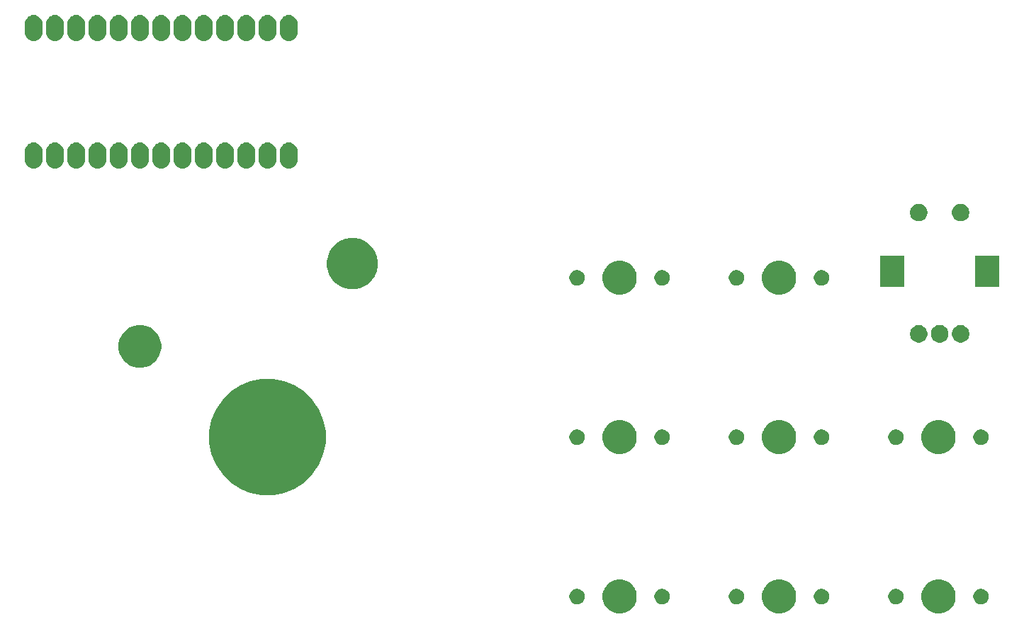
<source format=gbr>
G04 #@! TF.GenerationSoftware,KiCad,Pcbnew,(5.1.4)-1*
G04 #@! TF.CreationDate,2024-05-04T17:29:15-04:00*
G04 #@! TF.ProjectId,micarrizo-pad,6d696361-7272-4697-9a6f-2d7061642e6b,rev?*
G04 #@! TF.SameCoordinates,Original*
G04 #@! TF.FileFunction,Soldermask,Top*
G04 #@! TF.FilePolarity,Negative*
%FSLAX46Y46*%
G04 Gerber Fmt 4.6, Leading zero omitted, Abs format (unit mm)*
G04 Created by KiCad (PCBNEW (5.1.4)-1) date 2024-05-04 17:29:15*
%MOMM*%
%LPD*%
G04 APERTURE LIST*
%ADD10C,0.100000*%
G04 APERTURE END LIST*
D10*
G36*
X102990224Y-102014934D02*
G01*
X103208224Y-102105233D01*
X103362373Y-102169083D01*
X103697298Y-102392873D01*
X103982127Y-102677702D01*
X104205917Y-103012627D01*
X104238312Y-103090836D01*
X104360066Y-103384776D01*
X104438650Y-103779844D01*
X104438650Y-104182656D01*
X104360066Y-104577724D01*
X104309201Y-104700522D01*
X104205917Y-104949873D01*
X103982127Y-105284798D01*
X103697298Y-105569627D01*
X103362373Y-105793417D01*
X103208224Y-105857267D01*
X102990224Y-105947566D01*
X102595156Y-106026150D01*
X102192344Y-106026150D01*
X101797276Y-105947566D01*
X101579276Y-105857267D01*
X101425127Y-105793417D01*
X101090202Y-105569627D01*
X100805373Y-105284798D01*
X100581583Y-104949873D01*
X100478299Y-104700522D01*
X100427434Y-104577724D01*
X100348850Y-104182656D01*
X100348850Y-103779844D01*
X100427434Y-103384776D01*
X100549188Y-103090836D01*
X100581583Y-103012627D01*
X100805373Y-102677702D01*
X101090202Y-102392873D01*
X101425127Y-102169083D01*
X101579276Y-102105233D01*
X101797276Y-102014934D01*
X102192344Y-101936350D01*
X102595156Y-101936350D01*
X102990224Y-102014934D01*
X102990224Y-102014934D01*
G37*
G36*
X122040224Y-102014934D02*
G01*
X122258224Y-102105233D01*
X122412373Y-102169083D01*
X122747298Y-102392873D01*
X123032127Y-102677702D01*
X123255917Y-103012627D01*
X123288312Y-103090836D01*
X123410066Y-103384776D01*
X123488650Y-103779844D01*
X123488650Y-104182656D01*
X123410066Y-104577724D01*
X123359201Y-104700522D01*
X123255917Y-104949873D01*
X123032127Y-105284798D01*
X122747298Y-105569627D01*
X122412373Y-105793417D01*
X122258224Y-105857267D01*
X122040224Y-105947566D01*
X121645156Y-106026150D01*
X121242344Y-106026150D01*
X120847276Y-105947566D01*
X120629276Y-105857267D01*
X120475127Y-105793417D01*
X120140202Y-105569627D01*
X119855373Y-105284798D01*
X119631583Y-104949873D01*
X119528299Y-104700522D01*
X119477434Y-104577724D01*
X119398850Y-104182656D01*
X119398850Y-103779844D01*
X119477434Y-103384776D01*
X119599188Y-103090836D01*
X119631583Y-103012627D01*
X119855373Y-102677702D01*
X120140202Y-102392873D01*
X120475127Y-102169083D01*
X120629276Y-102105233D01*
X120847276Y-102014934D01*
X121242344Y-101936350D01*
X121645156Y-101936350D01*
X122040224Y-102014934D01*
X122040224Y-102014934D01*
G37*
G36*
X141090224Y-102014934D02*
G01*
X141308224Y-102105233D01*
X141462373Y-102169083D01*
X141797298Y-102392873D01*
X142082127Y-102677702D01*
X142305917Y-103012627D01*
X142338312Y-103090836D01*
X142460066Y-103384776D01*
X142538650Y-103779844D01*
X142538650Y-104182656D01*
X142460066Y-104577724D01*
X142409201Y-104700522D01*
X142305917Y-104949873D01*
X142082127Y-105284798D01*
X141797298Y-105569627D01*
X141462373Y-105793417D01*
X141308224Y-105857267D01*
X141090224Y-105947566D01*
X140695156Y-106026150D01*
X140292344Y-106026150D01*
X139897276Y-105947566D01*
X139679276Y-105857267D01*
X139525127Y-105793417D01*
X139190202Y-105569627D01*
X138905373Y-105284798D01*
X138681583Y-104949873D01*
X138578299Y-104700522D01*
X138527434Y-104577724D01*
X138448850Y-104182656D01*
X138448850Y-103779844D01*
X138527434Y-103384776D01*
X138649188Y-103090836D01*
X138681583Y-103012627D01*
X138905373Y-102677702D01*
X139190202Y-102392873D01*
X139525127Y-102169083D01*
X139679276Y-102105233D01*
X139897276Y-102014934D01*
X140292344Y-101936350D01*
X140695156Y-101936350D01*
X141090224Y-102014934D01*
X141090224Y-102014934D01*
G37*
G36*
X145843854Y-103090835D02*
G01*
X146012376Y-103160639D01*
X146164041Y-103261978D01*
X146293022Y-103390959D01*
X146394361Y-103542624D01*
X146464165Y-103711146D01*
X146499750Y-103890047D01*
X146499750Y-104072453D01*
X146464165Y-104251354D01*
X146394361Y-104419876D01*
X146293022Y-104571541D01*
X146164041Y-104700522D01*
X146012376Y-104801861D01*
X145843854Y-104871665D01*
X145664953Y-104907250D01*
X145482547Y-104907250D01*
X145303646Y-104871665D01*
X145135124Y-104801861D01*
X144983459Y-104700522D01*
X144854478Y-104571541D01*
X144753139Y-104419876D01*
X144683335Y-104251354D01*
X144647750Y-104072453D01*
X144647750Y-103890047D01*
X144683335Y-103711146D01*
X144753139Y-103542624D01*
X144854478Y-103390959D01*
X144983459Y-103261978D01*
X145135124Y-103160639D01*
X145303646Y-103090835D01*
X145482547Y-103055250D01*
X145664953Y-103055250D01*
X145843854Y-103090835D01*
X145843854Y-103090835D01*
G37*
G36*
X135683854Y-103090835D02*
G01*
X135852376Y-103160639D01*
X136004041Y-103261978D01*
X136133022Y-103390959D01*
X136234361Y-103542624D01*
X136304165Y-103711146D01*
X136339750Y-103890047D01*
X136339750Y-104072453D01*
X136304165Y-104251354D01*
X136234361Y-104419876D01*
X136133022Y-104571541D01*
X136004041Y-104700522D01*
X135852376Y-104801861D01*
X135683854Y-104871665D01*
X135504953Y-104907250D01*
X135322547Y-104907250D01*
X135143646Y-104871665D01*
X134975124Y-104801861D01*
X134823459Y-104700522D01*
X134694478Y-104571541D01*
X134593139Y-104419876D01*
X134523335Y-104251354D01*
X134487750Y-104072453D01*
X134487750Y-103890047D01*
X134523335Y-103711146D01*
X134593139Y-103542624D01*
X134694478Y-103390959D01*
X134823459Y-103261978D01*
X134975124Y-103160639D01*
X135143646Y-103090835D01*
X135322547Y-103055250D01*
X135504953Y-103055250D01*
X135683854Y-103090835D01*
X135683854Y-103090835D01*
G37*
G36*
X126793854Y-103090835D02*
G01*
X126962376Y-103160639D01*
X127114041Y-103261978D01*
X127243022Y-103390959D01*
X127344361Y-103542624D01*
X127414165Y-103711146D01*
X127449750Y-103890047D01*
X127449750Y-104072453D01*
X127414165Y-104251354D01*
X127344361Y-104419876D01*
X127243022Y-104571541D01*
X127114041Y-104700522D01*
X126962376Y-104801861D01*
X126793854Y-104871665D01*
X126614953Y-104907250D01*
X126432547Y-104907250D01*
X126253646Y-104871665D01*
X126085124Y-104801861D01*
X125933459Y-104700522D01*
X125804478Y-104571541D01*
X125703139Y-104419876D01*
X125633335Y-104251354D01*
X125597750Y-104072453D01*
X125597750Y-103890047D01*
X125633335Y-103711146D01*
X125703139Y-103542624D01*
X125804478Y-103390959D01*
X125933459Y-103261978D01*
X126085124Y-103160639D01*
X126253646Y-103090835D01*
X126432547Y-103055250D01*
X126614953Y-103055250D01*
X126793854Y-103090835D01*
X126793854Y-103090835D01*
G37*
G36*
X116633854Y-103090835D02*
G01*
X116802376Y-103160639D01*
X116954041Y-103261978D01*
X117083022Y-103390959D01*
X117184361Y-103542624D01*
X117254165Y-103711146D01*
X117289750Y-103890047D01*
X117289750Y-104072453D01*
X117254165Y-104251354D01*
X117184361Y-104419876D01*
X117083022Y-104571541D01*
X116954041Y-104700522D01*
X116802376Y-104801861D01*
X116633854Y-104871665D01*
X116454953Y-104907250D01*
X116272547Y-104907250D01*
X116093646Y-104871665D01*
X115925124Y-104801861D01*
X115773459Y-104700522D01*
X115644478Y-104571541D01*
X115543139Y-104419876D01*
X115473335Y-104251354D01*
X115437750Y-104072453D01*
X115437750Y-103890047D01*
X115473335Y-103711146D01*
X115543139Y-103542624D01*
X115644478Y-103390959D01*
X115773459Y-103261978D01*
X115925124Y-103160639D01*
X116093646Y-103090835D01*
X116272547Y-103055250D01*
X116454953Y-103055250D01*
X116633854Y-103090835D01*
X116633854Y-103090835D01*
G37*
G36*
X107743854Y-103090835D02*
G01*
X107912376Y-103160639D01*
X108064041Y-103261978D01*
X108193022Y-103390959D01*
X108294361Y-103542624D01*
X108364165Y-103711146D01*
X108399750Y-103890047D01*
X108399750Y-104072453D01*
X108364165Y-104251354D01*
X108294361Y-104419876D01*
X108193022Y-104571541D01*
X108064041Y-104700522D01*
X107912376Y-104801861D01*
X107743854Y-104871665D01*
X107564953Y-104907250D01*
X107382547Y-104907250D01*
X107203646Y-104871665D01*
X107035124Y-104801861D01*
X106883459Y-104700522D01*
X106754478Y-104571541D01*
X106653139Y-104419876D01*
X106583335Y-104251354D01*
X106547750Y-104072453D01*
X106547750Y-103890047D01*
X106583335Y-103711146D01*
X106653139Y-103542624D01*
X106754478Y-103390959D01*
X106883459Y-103261978D01*
X107035124Y-103160639D01*
X107203646Y-103090835D01*
X107382547Y-103055250D01*
X107564953Y-103055250D01*
X107743854Y-103090835D01*
X107743854Y-103090835D01*
G37*
G36*
X97583854Y-103090835D02*
G01*
X97752376Y-103160639D01*
X97904041Y-103261978D01*
X98033022Y-103390959D01*
X98134361Y-103542624D01*
X98204165Y-103711146D01*
X98239750Y-103890047D01*
X98239750Y-104072453D01*
X98204165Y-104251354D01*
X98134361Y-104419876D01*
X98033022Y-104571541D01*
X97904041Y-104700522D01*
X97752376Y-104801861D01*
X97583854Y-104871665D01*
X97404953Y-104907250D01*
X97222547Y-104907250D01*
X97043646Y-104871665D01*
X96875124Y-104801861D01*
X96723459Y-104700522D01*
X96594478Y-104571541D01*
X96493139Y-104419876D01*
X96423335Y-104251354D01*
X96387750Y-104072453D01*
X96387750Y-103890047D01*
X96423335Y-103711146D01*
X96493139Y-103542624D01*
X96594478Y-103390959D01*
X96723459Y-103261978D01*
X96875124Y-103160639D01*
X97043646Y-103090835D01*
X97222547Y-103055250D01*
X97404953Y-103055250D01*
X97583854Y-103090835D01*
X97583854Y-103090835D01*
G37*
G36*
X62352531Y-78247372D02*
G01*
X63617532Y-78771353D01*
X64756004Y-79532055D01*
X65724195Y-80500246D01*
X66484897Y-81638718D01*
X67008878Y-82903719D01*
X67276000Y-84246635D01*
X67276000Y-85615865D01*
X67008878Y-86958781D01*
X66484897Y-88223782D01*
X65724195Y-89362254D01*
X64756004Y-90330445D01*
X63617532Y-91091147D01*
X62352531Y-91615128D01*
X61009615Y-91882250D01*
X59640385Y-91882250D01*
X58297469Y-91615128D01*
X57032468Y-91091147D01*
X55893996Y-90330445D01*
X54925805Y-89362254D01*
X54165103Y-88223782D01*
X53641122Y-86958781D01*
X53374000Y-85615865D01*
X53374000Y-84246635D01*
X53641122Y-82903719D01*
X54165103Y-81638718D01*
X54925805Y-80500246D01*
X55893996Y-79532055D01*
X57032468Y-78771353D01*
X58297469Y-78247372D01*
X59640385Y-77980250D01*
X61009615Y-77980250D01*
X62352531Y-78247372D01*
X62352531Y-78247372D01*
G37*
G36*
X102990224Y-82964934D02*
G01*
X103208224Y-83055233D01*
X103362373Y-83119083D01*
X103697298Y-83342873D01*
X103982127Y-83627702D01*
X104205917Y-83962627D01*
X104238312Y-84040836D01*
X104360066Y-84334776D01*
X104438650Y-84729844D01*
X104438650Y-85132656D01*
X104360066Y-85527724D01*
X104309201Y-85650522D01*
X104205917Y-85899873D01*
X103982127Y-86234798D01*
X103697298Y-86519627D01*
X103362373Y-86743417D01*
X103208224Y-86807267D01*
X102990224Y-86897566D01*
X102595156Y-86976150D01*
X102192344Y-86976150D01*
X101797276Y-86897566D01*
X101579276Y-86807267D01*
X101425127Y-86743417D01*
X101090202Y-86519627D01*
X100805373Y-86234798D01*
X100581583Y-85899873D01*
X100478299Y-85650522D01*
X100427434Y-85527724D01*
X100348850Y-85132656D01*
X100348850Y-84729844D01*
X100427434Y-84334776D01*
X100549188Y-84040836D01*
X100581583Y-83962627D01*
X100805373Y-83627702D01*
X101090202Y-83342873D01*
X101425127Y-83119083D01*
X101579276Y-83055233D01*
X101797276Y-82964934D01*
X102192344Y-82886350D01*
X102595156Y-82886350D01*
X102990224Y-82964934D01*
X102990224Y-82964934D01*
G37*
G36*
X122040224Y-82964934D02*
G01*
X122258224Y-83055233D01*
X122412373Y-83119083D01*
X122747298Y-83342873D01*
X123032127Y-83627702D01*
X123255917Y-83962627D01*
X123288312Y-84040836D01*
X123410066Y-84334776D01*
X123488650Y-84729844D01*
X123488650Y-85132656D01*
X123410066Y-85527724D01*
X123359201Y-85650522D01*
X123255917Y-85899873D01*
X123032127Y-86234798D01*
X122747298Y-86519627D01*
X122412373Y-86743417D01*
X122258224Y-86807267D01*
X122040224Y-86897566D01*
X121645156Y-86976150D01*
X121242344Y-86976150D01*
X120847276Y-86897566D01*
X120629276Y-86807267D01*
X120475127Y-86743417D01*
X120140202Y-86519627D01*
X119855373Y-86234798D01*
X119631583Y-85899873D01*
X119528299Y-85650522D01*
X119477434Y-85527724D01*
X119398850Y-85132656D01*
X119398850Y-84729844D01*
X119477434Y-84334776D01*
X119599188Y-84040836D01*
X119631583Y-83962627D01*
X119855373Y-83627702D01*
X120140202Y-83342873D01*
X120475127Y-83119083D01*
X120629276Y-83055233D01*
X120847276Y-82964934D01*
X121242344Y-82886350D01*
X121645156Y-82886350D01*
X122040224Y-82964934D01*
X122040224Y-82964934D01*
G37*
G36*
X141090224Y-82964934D02*
G01*
X141308224Y-83055233D01*
X141462373Y-83119083D01*
X141797298Y-83342873D01*
X142082127Y-83627702D01*
X142305917Y-83962627D01*
X142338312Y-84040836D01*
X142460066Y-84334776D01*
X142538650Y-84729844D01*
X142538650Y-85132656D01*
X142460066Y-85527724D01*
X142409201Y-85650522D01*
X142305917Y-85899873D01*
X142082127Y-86234798D01*
X141797298Y-86519627D01*
X141462373Y-86743417D01*
X141308224Y-86807267D01*
X141090224Y-86897566D01*
X140695156Y-86976150D01*
X140292344Y-86976150D01*
X139897276Y-86897566D01*
X139679276Y-86807267D01*
X139525127Y-86743417D01*
X139190202Y-86519627D01*
X138905373Y-86234798D01*
X138681583Y-85899873D01*
X138578299Y-85650522D01*
X138527434Y-85527724D01*
X138448850Y-85132656D01*
X138448850Y-84729844D01*
X138527434Y-84334776D01*
X138649188Y-84040836D01*
X138681583Y-83962627D01*
X138905373Y-83627702D01*
X139190202Y-83342873D01*
X139525127Y-83119083D01*
X139679276Y-83055233D01*
X139897276Y-82964934D01*
X140292344Y-82886350D01*
X140695156Y-82886350D01*
X141090224Y-82964934D01*
X141090224Y-82964934D01*
G37*
G36*
X116633854Y-84040835D02*
G01*
X116802376Y-84110639D01*
X116954041Y-84211978D01*
X117083022Y-84340959D01*
X117184361Y-84492624D01*
X117254165Y-84661146D01*
X117289750Y-84840047D01*
X117289750Y-85022453D01*
X117254165Y-85201354D01*
X117184361Y-85369876D01*
X117083022Y-85521541D01*
X116954041Y-85650522D01*
X116802376Y-85751861D01*
X116633854Y-85821665D01*
X116454953Y-85857250D01*
X116272547Y-85857250D01*
X116093646Y-85821665D01*
X115925124Y-85751861D01*
X115773459Y-85650522D01*
X115644478Y-85521541D01*
X115543139Y-85369876D01*
X115473335Y-85201354D01*
X115437750Y-85022453D01*
X115437750Y-84840047D01*
X115473335Y-84661146D01*
X115543139Y-84492624D01*
X115644478Y-84340959D01*
X115773459Y-84211978D01*
X115925124Y-84110639D01*
X116093646Y-84040835D01*
X116272547Y-84005250D01*
X116454953Y-84005250D01*
X116633854Y-84040835D01*
X116633854Y-84040835D01*
G37*
G36*
X97583854Y-84040835D02*
G01*
X97752376Y-84110639D01*
X97904041Y-84211978D01*
X98033022Y-84340959D01*
X98134361Y-84492624D01*
X98204165Y-84661146D01*
X98239750Y-84840047D01*
X98239750Y-85022453D01*
X98204165Y-85201354D01*
X98134361Y-85369876D01*
X98033022Y-85521541D01*
X97904041Y-85650522D01*
X97752376Y-85751861D01*
X97583854Y-85821665D01*
X97404953Y-85857250D01*
X97222547Y-85857250D01*
X97043646Y-85821665D01*
X96875124Y-85751861D01*
X96723459Y-85650522D01*
X96594478Y-85521541D01*
X96493139Y-85369876D01*
X96423335Y-85201354D01*
X96387750Y-85022453D01*
X96387750Y-84840047D01*
X96423335Y-84661146D01*
X96493139Y-84492624D01*
X96594478Y-84340959D01*
X96723459Y-84211978D01*
X96875124Y-84110639D01*
X97043646Y-84040835D01*
X97222547Y-84005250D01*
X97404953Y-84005250D01*
X97583854Y-84040835D01*
X97583854Y-84040835D01*
G37*
G36*
X107743854Y-84040835D02*
G01*
X107912376Y-84110639D01*
X108064041Y-84211978D01*
X108193022Y-84340959D01*
X108294361Y-84492624D01*
X108364165Y-84661146D01*
X108399750Y-84840047D01*
X108399750Y-85022453D01*
X108364165Y-85201354D01*
X108294361Y-85369876D01*
X108193022Y-85521541D01*
X108064041Y-85650522D01*
X107912376Y-85751861D01*
X107743854Y-85821665D01*
X107564953Y-85857250D01*
X107382547Y-85857250D01*
X107203646Y-85821665D01*
X107035124Y-85751861D01*
X106883459Y-85650522D01*
X106754478Y-85521541D01*
X106653139Y-85369876D01*
X106583335Y-85201354D01*
X106547750Y-85022453D01*
X106547750Y-84840047D01*
X106583335Y-84661146D01*
X106653139Y-84492624D01*
X106754478Y-84340959D01*
X106883459Y-84211978D01*
X107035124Y-84110639D01*
X107203646Y-84040835D01*
X107382547Y-84005250D01*
X107564953Y-84005250D01*
X107743854Y-84040835D01*
X107743854Y-84040835D01*
G37*
G36*
X126793854Y-84040835D02*
G01*
X126962376Y-84110639D01*
X127114041Y-84211978D01*
X127243022Y-84340959D01*
X127344361Y-84492624D01*
X127414165Y-84661146D01*
X127449750Y-84840047D01*
X127449750Y-85022453D01*
X127414165Y-85201354D01*
X127344361Y-85369876D01*
X127243022Y-85521541D01*
X127114041Y-85650522D01*
X126962376Y-85751861D01*
X126793854Y-85821665D01*
X126614953Y-85857250D01*
X126432547Y-85857250D01*
X126253646Y-85821665D01*
X126085124Y-85751861D01*
X125933459Y-85650522D01*
X125804478Y-85521541D01*
X125703139Y-85369876D01*
X125633335Y-85201354D01*
X125597750Y-85022453D01*
X125597750Y-84840047D01*
X125633335Y-84661146D01*
X125703139Y-84492624D01*
X125804478Y-84340959D01*
X125933459Y-84211978D01*
X126085124Y-84110639D01*
X126253646Y-84040835D01*
X126432547Y-84005250D01*
X126614953Y-84005250D01*
X126793854Y-84040835D01*
X126793854Y-84040835D01*
G37*
G36*
X135683854Y-84040835D02*
G01*
X135852376Y-84110639D01*
X136004041Y-84211978D01*
X136133022Y-84340959D01*
X136234361Y-84492624D01*
X136304165Y-84661146D01*
X136339750Y-84840047D01*
X136339750Y-85022453D01*
X136304165Y-85201354D01*
X136234361Y-85369876D01*
X136133022Y-85521541D01*
X136004041Y-85650522D01*
X135852376Y-85751861D01*
X135683854Y-85821665D01*
X135504953Y-85857250D01*
X135322547Y-85857250D01*
X135143646Y-85821665D01*
X134975124Y-85751861D01*
X134823459Y-85650522D01*
X134694478Y-85521541D01*
X134593139Y-85369876D01*
X134523335Y-85201354D01*
X134487750Y-85022453D01*
X134487750Y-84840047D01*
X134523335Y-84661146D01*
X134593139Y-84492624D01*
X134694478Y-84340959D01*
X134823459Y-84211978D01*
X134975124Y-84110639D01*
X135143646Y-84040835D01*
X135322547Y-84005250D01*
X135504953Y-84005250D01*
X135683854Y-84040835D01*
X135683854Y-84040835D01*
G37*
G36*
X145843854Y-84040835D02*
G01*
X146012376Y-84110639D01*
X146164041Y-84211978D01*
X146293022Y-84340959D01*
X146394361Y-84492624D01*
X146464165Y-84661146D01*
X146499750Y-84840047D01*
X146499750Y-85022453D01*
X146464165Y-85201354D01*
X146394361Y-85369876D01*
X146293022Y-85521541D01*
X146164041Y-85650522D01*
X146012376Y-85751861D01*
X145843854Y-85821665D01*
X145664953Y-85857250D01*
X145482547Y-85857250D01*
X145303646Y-85821665D01*
X145135124Y-85751861D01*
X144983459Y-85650522D01*
X144854478Y-85521541D01*
X144753139Y-85369876D01*
X144683335Y-85201354D01*
X144647750Y-85022453D01*
X144647750Y-84840047D01*
X144683335Y-84661146D01*
X144753139Y-84492624D01*
X144854478Y-84340959D01*
X144983459Y-84211978D01*
X145135124Y-84110639D01*
X145303646Y-84040835D01*
X145482547Y-84005250D01*
X145664953Y-84005250D01*
X145843854Y-84040835D01*
X145843854Y-84040835D01*
G37*
G36*
X45829098Y-71628283D02*
G01*
X46293350Y-71820582D01*
X46293352Y-71820583D01*
X46711168Y-72099759D01*
X47066491Y-72455082D01*
X47224137Y-72691016D01*
X47345668Y-72872900D01*
X47537967Y-73337152D01*
X47636000Y-73829997D01*
X47636000Y-74332503D01*
X47537967Y-74825348D01*
X47345668Y-75289600D01*
X47345667Y-75289602D01*
X47066491Y-75707418D01*
X46711168Y-76062741D01*
X46293352Y-76341917D01*
X46293351Y-76341918D01*
X46293350Y-76341918D01*
X45829098Y-76534217D01*
X45336253Y-76632250D01*
X44833747Y-76632250D01*
X44340902Y-76534217D01*
X43876650Y-76341918D01*
X43876649Y-76341918D01*
X43876648Y-76341917D01*
X43458832Y-76062741D01*
X43103509Y-75707418D01*
X42824333Y-75289602D01*
X42824332Y-75289600D01*
X42632033Y-74825348D01*
X42534000Y-74332503D01*
X42534000Y-73829997D01*
X42632033Y-73337152D01*
X42824332Y-72872900D01*
X42945863Y-72691016D01*
X43103509Y-72455082D01*
X43458832Y-72099759D01*
X43876648Y-71820583D01*
X43876650Y-71820582D01*
X44340902Y-71628283D01*
X44833747Y-71530250D01*
X45336253Y-71530250D01*
X45829098Y-71628283D01*
X45829098Y-71628283D01*
G37*
G36*
X138444064Y-71576889D02*
G01*
X138635333Y-71656115D01*
X138635335Y-71656116D01*
X138807473Y-71771135D01*
X138953865Y-71917527D01*
X139068885Y-72089667D01*
X139148111Y-72280936D01*
X139188500Y-72483984D01*
X139188500Y-72691016D01*
X139148111Y-72894064D01*
X139068885Y-73085333D01*
X139068884Y-73085335D01*
X138953865Y-73257473D01*
X138807473Y-73403865D01*
X138635335Y-73518884D01*
X138635334Y-73518885D01*
X138635333Y-73518885D01*
X138444064Y-73598111D01*
X138241016Y-73638500D01*
X138033984Y-73638500D01*
X137830936Y-73598111D01*
X137639667Y-73518885D01*
X137639666Y-73518885D01*
X137639665Y-73518884D01*
X137467527Y-73403865D01*
X137321135Y-73257473D01*
X137206116Y-73085335D01*
X137206115Y-73085333D01*
X137126889Y-72894064D01*
X137086500Y-72691016D01*
X137086500Y-72483984D01*
X137126889Y-72280936D01*
X137206115Y-72089667D01*
X137321135Y-71917527D01*
X137467527Y-71771135D01*
X137639665Y-71656116D01*
X137639667Y-71656115D01*
X137830936Y-71576889D01*
X138033984Y-71536500D01*
X138241016Y-71536500D01*
X138444064Y-71576889D01*
X138444064Y-71576889D01*
G37*
G36*
X140944064Y-71576889D02*
G01*
X141135333Y-71656115D01*
X141135335Y-71656116D01*
X141307473Y-71771135D01*
X141453865Y-71917527D01*
X141568885Y-72089667D01*
X141648111Y-72280936D01*
X141688500Y-72483984D01*
X141688500Y-72691016D01*
X141648111Y-72894064D01*
X141568885Y-73085333D01*
X141568884Y-73085335D01*
X141453865Y-73257473D01*
X141307473Y-73403865D01*
X141135335Y-73518884D01*
X141135334Y-73518885D01*
X141135333Y-73518885D01*
X140944064Y-73598111D01*
X140741016Y-73638500D01*
X140533984Y-73638500D01*
X140330936Y-73598111D01*
X140139667Y-73518885D01*
X140139666Y-73518885D01*
X140139665Y-73518884D01*
X139967527Y-73403865D01*
X139821135Y-73257473D01*
X139706116Y-73085335D01*
X139706115Y-73085333D01*
X139626889Y-72894064D01*
X139586500Y-72691016D01*
X139586500Y-72483984D01*
X139626889Y-72280936D01*
X139706115Y-72089667D01*
X139821135Y-71917527D01*
X139967527Y-71771135D01*
X140139665Y-71656116D01*
X140139667Y-71656115D01*
X140330936Y-71576889D01*
X140533984Y-71536500D01*
X140741016Y-71536500D01*
X140944064Y-71576889D01*
X140944064Y-71576889D01*
G37*
G36*
X143444064Y-71576889D02*
G01*
X143635333Y-71656115D01*
X143635335Y-71656116D01*
X143807473Y-71771135D01*
X143953865Y-71917527D01*
X144068885Y-72089667D01*
X144148111Y-72280936D01*
X144188500Y-72483984D01*
X144188500Y-72691016D01*
X144148111Y-72894064D01*
X144068885Y-73085333D01*
X144068884Y-73085335D01*
X143953865Y-73257473D01*
X143807473Y-73403865D01*
X143635335Y-73518884D01*
X143635334Y-73518885D01*
X143635333Y-73518885D01*
X143444064Y-73598111D01*
X143241016Y-73638500D01*
X143033984Y-73638500D01*
X142830936Y-73598111D01*
X142639667Y-73518885D01*
X142639666Y-73518885D01*
X142639665Y-73518884D01*
X142467527Y-73403865D01*
X142321135Y-73257473D01*
X142206116Y-73085335D01*
X142206115Y-73085333D01*
X142126889Y-72894064D01*
X142086500Y-72691016D01*
X142086500Y-72483984D01*
X142126889Y-72280936D01*
X142206115Y-72089667D01*
X142321135Y-71917527D01*
X142467527Y-71771135D01*
X142639665Y-71656116D01*
X142639667Y-71656115D01*
X142830936Y-71576889D01*
X143033984Y-71536500D01*
X143241016Y-71536500D01*
X143444064Y-71576889D01*
X143444064Y-71576889D01*
G37*
G36*
X122040224Y-63914934D02*
G01*
X122258224Y-64005233D01*
X122412373Y-64069083D01*
X122747298Y-64292873D01*
X123032127Y-64577702D01*
X123255917Y-64912627D01*
X123288312Y-64990836D01*
X123410066Y-65284776D01*
X123488650Y-65679844D01*
X123488650Y-66082656D01*
X123410066Y-66477724D01*
X123359201Y-66600522D01*
X123255917Y-66849873D01*
X123032127Y-67184798D01*
X122747298Y-67469627D01*
X122412373Y-67693417D01*
X122258224Y-67757267D01*
X122040224Y-67847566D01*
X121645156Y-67926150D01*
X121242344Y-67926150D01*
X120847276Y-67847566D01*
X120629276Y-67757267D01*
X120475127Y-67693417D01*
X120140202Y-67469627D01*
X119855373Y-67184798D01*
X119631583Y-66849873D01*
X119528299Y-66600522D01*
X119477434Y-66477724D01*
X119398850Y-66082656D01*
X119398850Y-65679844D01*
X119477434Y-65284776D01*
X119599188Y-64990836D01*
X119631583Y-64912627D01*
X119855373Y-64577702D01*
X120140202Y-64292873D01*
X120475127Y-64069083D01*
X120629276Y-64005233D01*
X120847276Y-63914934D01*
X121242344Y-63836350D01*
X121645156Y-63836350D01*
X122040224Y-63914934D01*
X122040224Y-63914934D01*
G37*
G36*
X102990224Y-63914934D02*
G01*
X103208224Y-64005233D01*
X103362373Y-64069083D01*
X103697298Y-64292873D01*
X103982127Y-64577702D01*
X104205917Y-64912627D01*
X104238312Y-64990836D01*
X104360066Y-65284776D01*
X104438650Y-65679844D01*
X104438650Y-66082656D01*
X104360066Y-66477724D01*
X104309201Y-66600522D01*
X104205917Y-66849873D01*
X103982127Y-67184798D01*
X103697298Y-67469627D01*
X103362373Y-67693417D01*
X103208224Y-67757267D01*
X102990224Y-67847566D01*
X102595156Y-67926150D01*
X102192344Y-67926150D01*
X101797276Y-67847566D01*
X101579276Y-67757267D01*
X101425127Y-67693417D01*
X101090202Y-67469627D01*
X100805373Y-67184798D01*
X100581583Y-66849873D01*
X100478299Y-66600522D01*
X100427434Y-66477724D01*
X100348850Y-66082656D01*
X100348850Y-65679844D01*
X100427434Y-65284776D01*
X100549188Y-64990836D01*
X100581583Y-64912627D01*
X100805373Y-64577702D01*
X101090202Y-64292873D01*
X101425127Y-64069083D01*
X101579276Y-64005233D01*
X101797276Y-63914934D01*
X102192344Y-63836350D01*
X102595156Y-63836350D01*
X102990224Y-63914934D01*
X102990224Y-63914934D01*
G37*
G36*
X71374943Y-61257498D02*
G01*
X71930189Y-61487488D01*
X71930190Y-61487489D01*
X72429899Y-61821384D01*
X72854866Y-62246351D01*
X72854867Y-62246353D01*
X73188762Y-62746061D01*
X73418752Y-63301307D01*
X73536000Y-63890751D01*
X73536000Y-64491749D01*
X73418752Y-65081193D01*
X73188762Y-65636439D01*
X73159759Y-65679845D01*
X72854866Y-66136149D01*
X72429899Y-66561116D01*
X72219259Y-66701861D01*
X71930189Y-66895012D01*
X71374943Y-67125002D01*
X70785499Y-67242250D01*
X70184501Y-67242250D01*
X69595057Y-67125002D01*
X69039811Y-66895012D01*
X68750741Y-66701861D01*
X68540101Y-66561116D01*
X68115134Y-66136149D01*
X67810241Y-65679845D01*
X67781238Y-65636439D01*
X67551248Y-65081193D01*
X67434000Y-64491749D01*
X67434000Y-63890751D01*
X67551248Y-63301307D01*
X67781238Y-62746061D01*
X68115133Y-62246353D01*
X68115134Y-62246351D01*
X68540101Y-61821384D01*
X69039810Y-61487489D01*
X69039811Y-61487488D01*
X69595057Y-61257498D01*
X70184501Y-61140250D01*
X70785499Y-61140250D01*
X71374943Y-61257498D01*
X71374943Y-61257498D01*
G37*
G36*
X136388500Y-66938500D02*
G01*
X133486500Y-66938500D01*
X133486500Y-63236500D01*
X136388500Y-63236500D01*
X136388500Y-66938500D01*
X136388500Y-66938500D01*
G37*
G36*
X147788500Y-66938500D02*
G01*
X144886500Y-66938500D01*
X144886500Y-63236500D01*
X147788500Y-63236500D01*
X147788500Y-66938500D01*
X147788500Y-66938500D01*
G37*
G36*
X126793854Y-64990835D02*
G01*
X126962376Y-65060639D01*
X127114041Y-65161978D01*
X127243022Y-65290959D01*
X127344361Y-65442624D01*
X127414165Y-65611146D01*
X127449750Y-65790047D01*
X127449750Y-65972453D01*
X127414165Y-66151354D01*
X127344361Y-66319876D01*
X127243022Y-66471541D01*
X127114041Y-66600522D01*
X126962376Y-66701861D01*
X126793854Y-66771665D01*
X126614953Y-66807250D01*
X126432547Y-66807250D01*
X126253646Y-66771665D01*
X126085124Y-66701861D01*
X125933459Y-66600522D01*
X125804478Y-66471541D01*
X125703139Y-66319876D01*
X125633335Y-66151354D01*
X125597750Y-65972453D01*
X125597750Y-65790047D01*
X125633335Y-65611146D01*
X125703139Y-65442624D01*
X125804478Y-65290959D01*
X125933459Y-65161978D01*
X126085124Y-65060639D01*
X126253646Y-64990835D01*
X126432547Y-64955250D01*
X126614953Y-64955250D01*
X126793854Y-64990835D01*
X126793854Y-64990835D01*
G37*
G36*
X116633854Y-64990835D02*
G01*
X116802376Y-65060639D01*
X116954041Y-65161978D01*
X117083022Y-65290959D01*
X117184361Y-65442624D01*
X117254165Y-65611146D01*
X117289750Y-65790047D01*
X117289750Y-65972453D01*
X117254165Y-66151354D01*
X117184361Y-66319876D01*
X117083022Y-66471541D01*
X116954041Y-66600522D01*
X116802376Y-66701861D01*
X116633854Y-66771665D01*
X116454953Y-66807250D01*
X116272547Y-66807250D01*
X116093646Y-66771665D01*
X115925124Y-66701861D01*
X115773459Y-66600522D01*
X115644478Y-66471541D01*
X115543139Y-66319876D01*
X115473335Y-66151354D01*
X115437750Y-65972453D01*
X115437750Y-65790047D01*
X115473335Y-65611146D01*
X115543139Y-65442624D01*
X115644478Y-65290959D01*
X115773459Y-65161978D01*
X115925124Y-65060639D01*
X116093646Y-64990835D01*
X116272547Y-64955250D01*
X116454953Y-64955250D01*
X116633854Y-64990835D01*
X116633854Y-64990835D01*
G37*
G36*
X107743854Y-64990835D02*
G01*
X107912376Y-65060639D01*
X108064041Y-65161978D01*
X108193022Y-65290959D01*
X108294361Y-65442624D01*
X108364165Y-65611146D01*
X108399750Y-65790047D01*
X108399750Y-65972453D01*
X108364165Y-66151354D01*
X108294361Y-66319876D01*
X108193022Y-66471541D01*
X108064041Y-66600522D01*
X107912376Y-66701861D01*
X107743854Y-66771665D01*
X107564953Y-66807250D01*
X107382547Y-66807250D01*
X107203646Y-66771665D01*
X107035124Y-66701861D01*
X106883459Y-66600522D01*
X106754478Y-66471541D01*
X106653139Y-66319876D01*
X106583335Y-66151354D01*
X106547750Y-65972453D01*
X106547750Y-65790047D01*
X106583335Y-65611146D01*
X106653139Y-65442624D01*
X106754478Y-65290959D01*
X106883459Y-65161978D01*
X107035124Y-65060639D01*
X107203646Y-64990835D01*
X107382547Y-64955250D01*
X107564953Y-64955250D01*
X107743854Y-64990835D01*
X107743854Y-64990835D01*
G37*
G36*
X97583854Y-64990835D02*
G01*
X97752376Y-65060639D01*
X97904041Y-65161978D01*
X98033022Y-65290959D01*
X98134361Y-65442624D01*
X98204165Y-65611146D01*
X98239750Y-65790047D01*
X98239750Y-65972453D01*
X98204165Y-66151354D01*
X98134361Y-66319876D01*
X98033022Y-66471541D01*
X97904041Y-66600522D01*
X97752376Y-66701861D01*
X97583854Y-66771665D01*
X97404953Y-66807250D01*
X97222547Y-66807250D01*
X97043646Y-66771665D01*
X96875124Y-66701861D01*
X96723459Y-66600522D01*
X96594478Y-66471541D01*
X96493139Y-66319876D01*
X96423335Y-66151354D01*
X96387750Y-65972453D01*
X96387750Y-65790047D01*
X96423335Y-65611146D01*
X96493139Y-65442624D01*
X96594478Y-65290959D01*
X96723459Y-65161978D01*
X96875124Y-65060639D01*
X97043646Y-64990835D01*
X97222547Y-64955250D01*
X97404953Y-64955250D01*
X97583854Y-64990835D01*
X97583854Y-64990835D01*
G37*
G36*
X143444064Y-57076889D02*
G01*
X143635333Y-57156115D01*
X143635335Y-57156116D01*
X143807473Y-57271135D01*
X143953865Y-57417527D01*
X144068885Y-57589667D01*
X144148111Y-57780936D01*
X144188500Y-57983984D01*
X144188500Y-58191016D01*
X144148111Y-58394064D01*
X144068885Y-58585333D01*
X144068884Y-58585335D01*
X143953865Y-58757473D01*
X143807473Y-58903865D01*
X143635335Y-59018884D01*
X143635334Y-59018885D01*
X143635333Y-59018885D01*
X143444064Y-59098111D01*
X143241016Y-59138500D01*
X143033984Y-59138500D01*
X142830936Y-59098111D01*
X142639667Y-59018885D01*
X142639666Y-59018885D01*
X142639665Y-59018884D01*
X142467527Y-58903865D01*
X142321135Y-58757473D01*
X142206116Y-58585335D01*
X142206115Y-58585333D01*
X142126889Y-58394064D01*
X142086500Y-58191016D01*
X142086500Y-57983984D01*
X142126889Y-57780936D01*
X142206115Y-57589667D01*
X142321135Y-57417527D01*
X142467527Y-57271135D01*
X142639665Y-57156116D01*
X142639667Y-57156115D01*
X142830936Y-57076889D01*
X143033984Y-57036500D01*
X143241016Y-57036500D01*
X143444064Y-57076889D01*
X143444064Y-57076889D01*
G37*
G36*
X138444064Y-57076889D02*
G01*
X138635333Y-57156115D01*
X138635335Y-57156116D01*
X138807473Y-57271135D01*
X138953865Y-57417527D01*
X139068885Y-57589667D01*
X139148111Y-57780936D01*
X139188500Y-57983984D01*
X139188500Y-58191016D01*
X139148111Y-58394064D01*
X139068885Y-58585333D01*
X139068884Y-58585335D01*
X138953865Y-58757473D01*
X138807473Y-58903865D01*
X138635335Y-59018884D01*
X138635334Y-59018885D01*
X138635333Y-59018885D01*
X138444064Y-59098111D01*
X138241016Y-59138500D01*
X138033984Y-59138500D01*
X137830936Y-59098111D01*
X137639667Y-59018885D01*
X137639666Y-59018885D01*
X137639665Y-59018884D01*
X137467527Y-58903865D01*
X137321135Y-58757473D01*
X137206116Y-58585335D01*
X137206115Y-58585333D01*
X137126889Y-58394064D01*
X137086500Y-58191016D01*
X137086500Y-57983984D01*
X137126889Y-57780936D01*
X137206115Y-57589667D01*
X137321135Y-57417527D01*
X137467527Y-57271135D01*
X137639665Y-57156116D01*
X137639667Y-57156115D01*
X137830936Y-57076889D01*
X138033984Y-57036500D01*
X138241016Y-57036500D01*
X138444064Y-57076889D01*
X138444064Y-57076889D01*
G37*
G36*
X37671031Y-49740457D02*
G01*
X37869145Y-49800555D01*
X37869148Y-49800556D01*
X37935030Y-49835771D01*
X38051729Y-49898147D01*
X38211765Y-50029485D01*
X38343103Y-50189521D01*
X38343104Y-50189523D01*
X38440694Y-50372101D01*
X38440694Y-50372102D01*
X38440695Y-50372104D01*
X38500793Y-50570218D01*
X38516000Y-50724620D01*
X38516000Y-51827880D01*
X38500793Y-51982282D01*
X38440695Y-52180396D01*
X38440694Y-52180399D01*
X38388939Y-52277225D01*
X38343103Y-52362979D01*
X38211765Y-52523015D01*
X38051729Y-52654353D01*
X37965975Y-52700189D01*
X37869149Y-52751944D01*
X37869146Y-52751945D01*
X37671032Y-52812043D01*
X37465000Y-52832335D01*
X37258969Y-52812043D01*
X37060855Y-52751945D01*
X37060852Y-52751944D01*
X36964026Y-52700189D01*
X36878272Y-52654353D01*
X36718236Y-52523015D01*
X36586898Y-52362979D01*
X36564184Y-52320485D01*
X36489305Y-52180397D01*
X36429207Y-51982280D01*
X36414000Y-51827881D01*
X36414000Y-50724620D01*
X36429207Y-50570221D01*
X36429207Y-50570219D01*
X36489305Y-50372105D01*
X36489306Y-50372102D01*
X36524521Y-50306220D01*
X36586897Y-50189521D01*
X36718235Y-50029485D01*
X36878271Y-49898147D01*
X36964025Y-49852311D01*
X37060851Y-49800556D01*
X37060854Y-49800555D01*
X37258968Y-49740457D01*
X37465000Y-49720165D01*
X37671031Y-49740457D01*
X37671031Y-49740457D01*
G37*
G36*
X35131031Y-49740457D02*
G01*
X35329145Y-49800555D01*
X35329148Y-49800556D01*
X35395030Y-49835771D01*
X35511729Y-49898147D01*
X35671765Y-50029485D01*
X35803103Y-50189521D01*
X35803104Y-50189523D01*
X35900694Y-50372101D01*
X35900694Y-50372102D01*
X35900695Y-50372104D01*
X35960793Y-50570218D01*
X35976000Y-50724620D01*
X35976000Y-51827880D01*
X35960793Y-51982282D01*
X35900695Y-52180396D01*
X35900694Y-52180399D01*
X35848939Y-52277225D01*
X35803103Y-52362979D01*
X35671765Y-52523015D01*
X35511729Y-52654353D01*
X35425975Y-52700189D01*
X35329149Y-52751944D01*
X35329146Y-52751945D01*
X35131032Y-52812043D01*
X34925000Y-52832335D01*
X34718969Y-52812043D01*
X34520855Y-52751945D01*
X34520852Y-52751944D01*
X34424026Y-52700189D01*
X34338272Y-52654353D01*
X34178236Y-52523015D01*
X34046898Y-52362979D01*
X34024184Y-52320485D01*
X33949305Y-52180397D01*
X33889207Y-51982280D01*
X33874000Y-51827881D01*
X33874000Y-50724620D01*
X33889207Y-50570221D01*
X33889207Y-50570219D01*
X33949305Y-50372105D01*
X33949306Y-50372102D01*
X33984521Y-50306220D01*
X34046897Y-50189521D01*
X34178235Y-50029485D01*
X34338271Y-49898147D01*
X34424025Y-49852311D01*
X34520851Y-49800556D01*
X34520854Y-49800555D01*
X34718968Y-49740457D01*
X34925000Y-49720165D01*
X35131031Y-49740457D01*
X35131031Y-49740457D01*
G37*
G36*
X40211031Y-49740457D02*
G01*
X40409145Y-49800555D01*
X40409148Y-49800556D01*
X40475030Y-49835771D01*
X40591729Y-49898147D01*
X40751765Y-50029485D01*
X40883103Y-50189521D01*
X40883104Y-50189523D01*
X40980694Y-50372101D01*
X40980694Y-50372102D01*
X40980695Y-50372104D01*
X41040793Y-50570218D01*
X41056000Y-50724620D01*
X41056000Y-51827880D01*
X41040793Y-51982282D01*
X40980695Y-52180396D01*
X40980694Y-52180399D01*
X40928939Y-52277225D01*
X40883103Y-52362979D01*
X40751765Y-52523015D01*
X40591729Y-52654353D01*
X40505975Y-52700189D01*
X40409149Y-52751944D01*
X40409146Y-52751945D01*
X40211032Y-52812043D01*
X40005000Y-52832335D01*
X39798969Y-52812043D01*
X39600855Y-52751945D01*
X39600852Y-52751944D01*
X39504026Y-52700189D01*
X39418272Y-52654353D01*
X39258236Y-52523015D01*
X39126898Y-52362979D01*
X39104184Y-52320485D01*
X39029305Y-52180397D01*
X38969207Y-51982280D01*
X38954000Y-51827881D01*
X38954000Y-50724620D01*
X38969207Y-50570221D01*
X38969207Y-50570219D01*
X39029305Y-50372105D01*
X39029306Y-50372102D01*
X39064521Y-50306220D01*
X39126897Y-50189521D01*
X39258235Y-50029485D01*
X39418271Y-49898147D01*
X39504025Y-49852311D01*
X39600851Y-49800556D01*
X39600854Y-49800555D01*
X39798968Y-49740457D01*
X40005000Y-49720165D01*
X40211031Y-49740457D01*
X40211031Y-49740457D01*
G37*
G36*
X42751031Y-49740457D02*
G01*
X42949145Y-49800555D01*
X42949148Y-49800556D01*
X43015030Y-49835771D01*
X43131729Y-49898147D01*
X43291765Y-50029485D01*
X43423103Y-50189521D01*
X43423104Y-50189523D01*
X43520694Y-50372101D01*
X43520694Y-50372102D01*
X43520695Y-50372104D01*
X43580793Y-50570218D01*
X43596000Y-50724620D01*
X43596000Y-51827880D01*
X43580793Y-51982282D01*
X43520695Y-52180396D01*
X43520694Y-52180399D01*
X43468939Y-52277225D01*
X43423103Y-52362979D01*
X43291765Y-52523015D01*
X43131729Y-52654353D01*
X43045975Y-52700189D01*
X42949149Y-52751944D01*
X42949146Y-52751945D01*
X42751032Y-52812043D01*
X42545000Y-52832335D01*
X42338969Y-52812043D01*
X42140855Y-52751945D01*
X42140852Y-52751944D01*
X42044026Y-52700189D01*
X41958272Y-52654353D01*
X41798236Y-52523015D01*
X41666898Y-52362979D01*
X41644184Y-52320485D01*
X41569305Y-52180397D01*
X41509207Y-51982280D01*
X41494000Y-51827881D01*
X41494000Y-50724620D01*
X41509207Y-50570221D01*
X41509207Y-50570219D01*
X41569305Y-50372105D01*
X41569306Y-50372102D01*
X41604521Y-50306220D01*
X41666897Y-50189521D01*
X41798235Y-50029485D01*
X41958271Y-49898147D01*
X42044025Y-49852311D01*
X42140851Y-49800556D01*
X42140854Y-49800555D01*
X42338968Y-49740457D01*
X42545000Y-49720165D01*
X42751031Y-49740457D01*
X42751031Y-49740457D01*
G37*
G36*
X45291031Y-49740457D02*
G01*
X45489145Y-49800555D01*
X45489148Y-49800556D01*
X45555030Y-49835771D01*
X45671729Y-49898147D01*
X45831765Y-50029485D01*
X45963103Y-50189521D01*
X45963104Y-50189523D01*
X46060694Y-50372101D01*
X46060694Y-50372102D01*
X46060695Y-50372104D01*
X46120793Y-50570218D01*
X46136000Y-50724620D01*
X46136000Y-51827880D01*
X46120793Y-51982282D01*
X46060695Y-52180396D01*
X46060694Y-52180399D01*
X46008939Y-52277225D01*
X45963103Y-52362979D01*
X45831765Y-52523015D01*
X45671729Y-52654353D01*
X45585975Y-52700189D01*
X45489149Y-52751944D01*
X45489146Y-52751945D01*
X45291032Y-52812043D01*
X45085000Y-52832335D01*
X44878969Y-52812043D01*
X44680855Y-52751945D01*
X44680852Y-52751944D01*
X44584026Y-52700189D01*
X44498272Y-52654353D01*
X44338236Y-52523015D01*
X44206898Y-52362979D01*
X44184184Y-52320485D01*
X44109305Y-52180397D01*
X44049207Y-51982280D01*
X44034000Y-51827881D01*
X44034000Y-50724620D01*
X44049207Y-50570221D01*
X44049207Y-50570219D01*
X44109305Y-50372105D01*
X44109306Y-50372102D01*
X44144521Y-50306220D01*
X44206897Y-50189521D01*
X44338235Y-50029485D01*
X44498271Y-49898147D01*
X44584025Y-49852311D01*
X44680851Y-49800556D01*
X44680854Y-49800555D01*
X44878968Y-49740457D01*
X45085000Y-49720165D01*
X45291031Y-49740457D01*
X45291031Y-49740457D01*
G37*
G36*
X47831031Y-49740457D02*
G01*
X48029145Y-49800555D01*
X48029148Y-49800556D01*
X48095030Y-49835771D01*
X48211729Y-49898147D01*
X48371765Y-50029485D01*
X48503103Y-50189521D01*
X48503104Y-50189523D01*
X48600694Y-50372101D01*
X48600694Y-50372102D01*
X48600695Y-50372104D01*
X48660793Y-50570218D01*
X48676000Y-50724620D01*
X48676000Y-51827880D01*
X48660793Y-51982282D01*
X48600695Y-52180396D01*
X48600694Y-52180399D01*
X48548939Y-52277225D01*
X48503103Y-52362979D01*
X48371765Y-52523015D01*
X48211729Y-52654353D01*
X48125975Y-52700189D01*
X48029149Y-52751944D01*
X48029146Y-52751945D01*
X47831032Y-52812043D01*
X47625000Y-52832335D01*
X47418969Y-52812043D01*
X47220855Y-52751945D01*
X47220852Y-52751944D01*
X47124026Y-52700189D01*
X47038272Y-52654353D01*
X46878236Y-52523015D01*
X46746898Y-52362979D01*
X46724184Y-52320485D01*
X46649305Y-52180397D01*
X46589207Y-51982280D01*
X46574000Y-51827881D01*
X46574000Y-50724620D01*
X46589207Y-50570221D01*
X46589207Y-50570219D01*
X46649305Y-50372105D01*
X46649306Y-50372102D01*
X46684521Y-50306220D01*
X46746897Y-50189521D01*
X46878235Y-50029485D01*
X47038271Y-49898147D01*
X47124025Y-49852311D01*
X47220851Y-49800556D01*
X47220854Y-49800555D01*
X47418968Y-49740457D01*
X47625000Y-49720165D01*
X47831031Y-49740457D01*
X47831031Y-49740457D01*
G37*
G36*
X52911031Y-49740457D02*
G01*
X53109145Y-49800555D01*
X53109148Y-49800556D01*
X53175030Y-49835771D01*
X53291729Y-49898147D01*
X53451765Y-50029485D01*
X53583103Y-50189521D01*
X53583104Y-50189523D01*
X53680694Y-50372101D01*
X53680694Y-50372102D01*
X53680695Y-50372104D01*
X53740793Y-50570218D01*
X53756000Y-50724620D01*
X53756000Y-51827880D01*
X53740793Y-51982282D01*
X53680695Y-52180396D01*
X53680694Y-52180399D01*
X53628939Y-52277225D01*
X53583103Y-52362979D01*
X53451765Y-52523015D01*
X53291729Y-52654353D01*
X53205975Y-52700189D01*
X53109149Y-52751944D01*
X53109146Y-52751945D01*
X52911032Y-52812043D01*
X52705000Y-52832335D01*
X52498969Y-52812043D01*
X52300855Y-52751945D01*
X52300852Y-52751944D01*
X52204026Y-52700189D01*
X52118272Y-52654353D01*
X51958236Y-52523015D01*
X51826898Y-52362979D01*
X51804184Y-52320485D01*
X51729305Y-52180397D01*
X51669207Y-51982280D01*
X51654000Y-51827881D01*
X51654000Y-50724620D01*
X51669207Y-50570221D01*
X51669207Y-50570219D01*
X51729305Y-50372105D01*
X51729306Y-50372102D01*
X51764521Y-50306220D01*
X51826897Y-50189521D01*
X51958235Y-50029485D01*
X52118271Y-49898147D01*
X52204025Y-49852311D01*
X52300851Y-49800556D01*
X52300854Y-49800555D01*
X52498968Y-49740457D01*
X52705000Y-49720165D01*
X52911031Y-49740457D01*
X52911031Y-49740457D01*
G37*
G36*
X55451031Y-49740457D02*
G01*
X55649145Y-49800555D01*
X55649148Y-49800556D01*
X55715030Y-49835771D01*
X55831729Y-49898147D01*
X55991765Y-50029485D01*
X56123103Y-50189521D01*
X56123104Y-50189523D01*
X56220694Y-50372101D01*
X56220694Y-50372102D01*
X56220695Y-50372104D01*
X56280793Y-50570218D01*
X56296000Y-50724620D01*
X56296000Y-51827880D01*
X56280793Y-51982282D01*
X56220695Y-52180396D01*
X56220694Y-52180399D01*
X56168939Y-52277225D01*
X56123103Y-52362979D01*
X55991765Y-52523015D01*
X55831729Y-52654353D01*
X55745975Y-52700189D01*
X55649149Y-52751944D01*
X55649146Y-52751945D01*
X55451032Y-52812043D01*
X55245000Y-52832335D01*
X55038969Y-52812043D01*
X54840855Y-52751945D01*
X54840852Y-52751944D01*
X54744026Y-52700189D01*
X54658272Y-52654353D01*
X54498236Y-52523015D01*
X54366898Y-52362979D01*
X54344184Y-52320485D01*
X54269305Y-52180397D01*
X54209207Y-51982280D01*
X54194000Y-51827881D01*
X54194000Y-50724620D01*
X54209207Y-50570221D01*
X54209207Y-50570219D01*
X54269305Y-50372105D01*
X54269306Y-50372102D01*
X54304521Y-50306220D01*
X54366897Y-50189521D01*
X54498235Y-50029485D01*
X54658271Y-49898147D01*
X54744025Y-49852311D01*
X54840851Y-49800556D01*
X54840854Y-49800555D01*
X55038968Y-49740457D01*
X55245000Y-49720165D01*
X55451031Y-49740457D01*
X55451031Y-49740457D01*
G37*
G36*
X57991031Y-49740457D02*
G01*
X58189145Y-49800555D01*
X58189148Y-49800556D01*
X58255030Y-49835771D01*
X58371729Y-49898147D01*
X58531765Y-50029485D01*
X58663103Y-50189521D01*
X58663104Y-50189523D01*
X58760694Y-50372101D01*
X58760694Y-50372102D01*
X58760695Y-50372104D01*
X58820793Y-50570218D01*
X58836000Y-50724620D01*
X58836000Y-51827880D01*
X58820793Y-51982282D01*
X58760695Y-52180396D01*
X58760694Y-52180399D01*
X58708939Y-52277225D01*
X58663103Y-52362979D01*
X58531765Y-52523015D01*
X58371729Y-52654353D01*
X58285975Y-52700189D01*
X58189149Y-52751944D01*
X58189146Y-52751945D01*
X57991032Y-52812043D01*
X57785000Y-52832335D01*
X57578969Y-52812043D01*
X57380855Y-52751945D01*
X57380852Y-52751944D01*
X57284026Y-52700189D01*
X57198272Y-52654353D01*
X57038236Y-52523015D01*
X56906898Y-52362979D01*
X56884184Y-52320485D01*
X56809305Y-52180397D01*
X56749207Y-51982280D01*
X56734000Y-51827881D01*
X56734000Y-50724620D01*
X56749207Y-50570221D01*
X56749207Y-50570219D01*
X56809305Y-50372105D01*
X56809306Y-50372102D01*
X56844521Y-50306220D01*
X56906897Y-50189521D01*
X57038235Y-50029485D01*
X57198271Y-49898147D01*
X57284025Y-49852311D01*
X57380851Y-49800556D01*
X57380854Y-49800555D01*
X57578968Y-49740457D01*
X57785000Y-49720165D01*
X57991031Y-49740457D01*
X57991031Y-49740457D01*
G37*
G36*
X60531031Y-49740457D02*
G01*
X60729145Y-49800555D01*
X60729148Y-49800556D01*
X60795030Y-49835771D01*
X60911729Y-49898147D01*
X61071765Y-50029485D01*
X61203103Y-50189521D01*
X61203104Y-50189523D01*
X61300694Y-50372101D01*
X61300694Y-50372102D01*
X61300695Y-50372104D01*
X61360793Y-50570218D01*
X61376000Y-50724620D01*
X61376000Y-51827880D01*
X61360793Y-51982282D01*
X61300695Y-52180396D01*
X61300694Y-52180399D01*
X61248939Y-52277225D01*
X61203103Y-52362979D01*
X61071765Y-52523015D01*
X60911729Y-52654353D01*
X60825975Y-52700189D01*
X60729149Y-52751944D01*
X60729146Y-52751945D01*
X60531032Y-52812043D01*
X60325000Y-52832335D01*
X60118969Y-52812043D01*
X59920855Y-52751945D01*
X59920852Y-52751944D01*
X59824026Y-52700189D01*
X59738272Y-52654353D01*
X59578236Y-52523015D01*
X59446898Y-52362979D01*
X59424184Y-52320485D01*
X59349305Y-52180397D01*
X59289207Y-51982280D01*
X59274000Y-51827881D01*
X59274000Y-50724620D01*
X59289207Y-50570221D01*
X59289207Y-50570219D01*
X59349305Y-50372105D01*
X59349306Y-50372102D01*
X59384521Y-50306220D01*
X59446897Y-50189521D01*
X59578235Y-50029485D01*
X59738271Y-49898147D01*
X59824025Y-49852311D01*
X59920851Y-49800556D01*
X59920854Y-49800555D01*
X60118968Y-49740457D01*
X60325000Y-49720165D01*
X60531031Y-49740457D01*
X60531031Y-49740457D01*
G37*
G36*
X32591031Y-49740457D02*
G01*
X32789145Y-49800555D01*
X32789148Y-49800556D01*
X32855030Y-49835771D01*
X32971729Y-49898147D01*
X33131765Y-50029485D01*
X33263103Y-50189521D01*
X33263104Y-50189523D01*
X33360694Y-50372101D01*
X33360694Y-50372102D01*
X33360695Y-50372104D01*
X33420793Y-50570218D01*
X33436000Y-50724620D01*
X33436000Y-51827880D01*
X33420793Y-51982282D01*
X33360695Y-52180396D01*
X33360694Y-52180399D01*
X33308939Y-52277225D01*
X33263103Y-52362979D01*
X33131765Y-52523015D01*
X32971729Y-52654353D01*
X32885975Y-52700189D01*
X32789149Y-52751944D01*
X32789146Y-52751945D01*
X32591032Y-52812043D01*
X32385000Y-52832335D01*
X32178969Y-52812043D01*
X31980855Y-52751945D01*
X31980852Y-52751944D01*
X31884026Y-52700189D01*
X31798272Y-52654353D01*
X31638236Y-52523015D01*
X31506898Y-52362979D01*
X31484184Y-52320485D01*
X31409305Y-52180397D01*
X31349207Y-51982280D01*
X31334000Y-51827881D01*
X31334000Y-50724620D01*
X31349207Y-50570221D01*
X31349207Y-50570219D01*
X31409305Y-50372105D01*
X31409306Y-50372102D01*
X31444521Y-50306220D01*
X31506897Y-50189521D01*
X31638235Y-50029485D01*
X31798271Y-49898147D01*
X31884025Y-49852311D01*
X31980851Y-49800556D01*
X31980854Y-49800555D01*
X32178968Y-49740457D01*
X32385000Y-49720165D01*
X32591031Y-49740457D01*
X32591031Y-49740457D01*
G37*
G36*
X63071031Y-49740457D02*
G01*
X63269145Y-49800555D01*
X63269148Y-49800556D01*
X63335030Y-49835771D01*
X63451729Y-49898147D01*
X63611765Y-50029485D01*
X63743103Y-50189521D01*
X63743104Y-50189523D01*
X63840694Y-50372101D01*
X63840694Y-50372102D01*
X63840695Y-50372104D01*
X63900793Y-50570218D01*
X63916000Y-50724620D01*
X63916000Y-51827880D01*
X63900793Y-51982282D01*
X63840695Y-52180396D01*
X63840694Y-52180399D01*
X63788939Y-52277225D01*
X63743103Y-52362979D01*
X63611765Y-52523015D01*
X63451729Y-52654353D01*
X63365975Y-52700189D01*
X63269149Y-52751944D01*
X63269146Y-52751945D01*
X63071032Y-52812043D01*
X62865000Y-52832335D01*
X62658969Y-52812043D01*
X62460855Y-52751945D01*
X62460852Y-52751944D01*
X62364026Y-52700189D01*
X62278272Y-52654353D01*
X62118236Y-52523015D01*
X61986898Y-52362979D01*
X61964184Y-52320485D01*
X61889305Y-52180397D01*
X61829207Y-51982280D01*
X61814000Y-51827881D01*
X61814000Y-50724620D01*
X61829207Y-50570221D01*
X61829207Y-50570219D01*
X61889305Y-50372105D01*
X61889306Y-50372102D01*
X61924521Y-50306220D01*
X61986897Y-50189521D01*
X62118235Y-50029485D01*
X62278271Y-49898147D01*
X62364025Y-49852311D01*
X62460851Y-49800556D01*
X62460854Y-49800555D01*
X62658968Y-49740457D01*
X62865000Y-49720165D01*
X63071031Y-49740457D01*
X63071031Y-49740457D01*
G37*
G36*
X50371031Y-49740457D02*
G01*
X50569145Y-49800555D01*
X50569148Y-49800556D01*
X50635030Y-49835771D01*
X50751729Y-49898147D01*
X50911765Y-50029485D01*
X51043103Y-50189521D01*
X51043104Y-50189523D01*
X51140694Y-50372101D01*
X51140694Y-50372102D01*
X51140695Y-50372104D01*
X51200793Y-50570218D01*
X51216000Y-50724620D01*
X51216000Y-51827880D01*
X51200793Y-51982282D01*
X51140695Y-52180396D01*
X51140694Y-52180399D01*
X51088939Y-52277225D01*
X51043103Y-52362979D01*
X50911765Y-52523015D01*
X50751729Y-52654353D01*
X50665975Y-52700189D01*
X50569149Y-52751944D01*
X50569146Y-52751945D01*
X50371032Y-52812043D01*
X50165000Y-52832335D01*
X49958969Y-52812043D01*
X49760855Y-52751945D01*
X49760852Y-52751944D01*
X49664026Y-52700189D01*
X49578272Y-52654353D01*
X49418236Y-52523015D01*
X49286898Y-52362979D01*
X49264184Y-52320485D01*
X49189305Y-52180397D01*
X49129207Y-51982280D01*
X49114000Y-51827881D01*
X49114000Y-50724620D01*
X49129207Y-50570221D01*
X49129207Y-50570219D01*
X49189305Y-50372105D01*
X49189306Y-50372102D01*
X49224521Y-50306220D01*
X49286897Y-50189521D01*
X49418235Y-50029485D01*
X49578271Y-49898147D01*
X49664025Y-49852311D01*
X49760851Y-49800556D01*
X49760854Y-49800555D01*
X49958968Y-49740457D01*
X50165000Y-49720165D01*
X50371031Y-49740457D01*
X50371031Y-49740457D01*
G37*
G36*
X35131031Y-34500457D02*
G01*
X35329145Y-34560555D01*
X35329148Y-34560556D01*
X35395030Y-34595771D01*
X35511729Y-34658147D01*
X35671765Y-34789485D01*
X35803103Y-34949521D01*
X35803104Y-34949523D01*
X35900694Y-35132101D01*
X35900694Y-35132102D01*
X35900695Y-35132104D01*
X35960793Y-35330218D01*
X35976000Y-35484620D01*
X35976000Y-36587880D01*
X35960793Y-36742282D01*
X35900695Y-36940396D01*
X35900694Y-36940399D01*
X35848939Y-37037225D01*
X35803103Y-37122979D01*
X35671765Y-37283015D01*
X35511729Y-37414353D01*
X35425975Y-37460189D01*
X35329149Y-37511944D01*
X35329146Y-37511945D01*
X35131032Y-37572043D01*
X34925000Y-37592335D01*
X34718969Y-37572043D01*
X34520855Y-37511945D01*
X34520852Y-37511944D01*
X34424026Y-37460189D01*
X34338272Y-37414353D01*
X34178236Y-37283015D01*
X34046898Y-37122979D01*
X34024184Y-37080485D01*
X33949305Y-36940397D01*
X33889207Y-36742280D01*
X33874000Y-36587881D01*
X33874000Y-35484620D01*
X33889207Y-35330221D01*
X33889207Y-35330219D01*
X33949305Y-35132105D01*
X33949306Y-35132102D01*
X33984521Y-35066220D01*
X34046897Y-34949521D01*
X34178235Y-34789485D01*
X34338271Y-34658147D01*
X34424025Y-34612311D01*
X34520851Y-34560556D01*
X34520854Y-34560555D01*
X34718968Y-34500457D01*
X34925000Y-34480165D01*
X35131031Y-34500457D01*
X35131031Y-34500457D01*
G37*
G36*
X32591031Y-34500457D02*
G01*
X32789145Y-34560555D01*
X32789148Y-34560556D01*
X32855030Y-34595771D01*
X32971729Y-34658147D01*
X33131765Y-34789485D01*
X33263103Y-34949521D01*
X33263104Y-34949523D01*
X33360694Y-35132101D01*
X33360694Y-35132102D01*
X33360695Y-35132104D01*
X33420793Y-35330218D01*
X33436000Y-35484620D01*
X33436000Y-36587880D01*
X33420793Y-36742282D01*
X33360695Y-36940396D01*
X33360694Y-36940399D01*
X33308939Y-37037225D01*
X33263103Y-37122979D01*
X33131765Y-37283015D01*
X32971729Y-37414353D01*
X32885975Y-37460189D01*
X32789149Y-37511944D01*
X32789146Y-37511945D01*
X32591032Y-37572043D01*
X32385000Y-37592335D01*
X32178969Y-37572043D01*
X31980855Y-37511945D01*
X31980852Y-37511944D01*
X31884026Y-37460189D01*
X31798272Y-37414353D01*
X31638236Y-37283015D01*
X31506898Y-37122979D01*
X31484184Y-37080485D01*
X31409305Y-36940397D01*
X31349207Y-36742280D01*
X31334000Y-36587881D01*
X31334000Y-35484620D01*
X31349207Y-35330221D01*
X31349207Y-35330219D01*
X31409305Y-35132105D01*
X31409306Y-35132102D01*
X31444521Y-35066220D01*
X31506897Y-34949521D01*
X31638235Y-34789485D01*
X31798271Y-34658147D01*
X31884025Y-34612311D01*
X31980851Y-34560556D01*
X31980854Y-34560555D01*
X32178968Y-34500457D01*
X32385000Y-34480165D01*
X32591031Y-34500457D01*
X32591031Y-34500457D01*
G37*
G36*
X37671031Y-34500457D02*
G01*
X37869145Y-34560555D01*
X37869148Y-34560556D01*
X37935030Y-34595771D01*
X38051729Y-34658147D01*
X38211765Y-34789485D01*
X38343103Y-34949521D01*
X38343104Y-34949523D01*
X38440694Y-35132101D01*
X38440694Y-35132102D01*
X38440695Y-35132104D01*
X38500793Y-35330218D01*
X38516000Y-35484620D01*
X38516000Y-36587880D01*
X38500793Y-36742282D01*
X38440695Y-36940396D01*
X38440694Y-36940399D01*
X38388939Y-37037225D01*
X38343103Y-37122979D01*
X38211765Y-37283015D01*
X38051729Y-37414353D01*
X37965975Y-37460189D01*
X37869149Y-37511944D01*
X37869146Y-37511945D01*
X37671032Y-37572043D01*
X37465000Y-37592335D01*
X37258969Y-37572043D01*
X37060855Y-37511945D01*
X37060852Y-37511944D01*
X36964026Y-37460189D01*
X36878272Y-37414353D01*
X36718236Y-37283015D01*
X36586898Y-37122979D01*
X36564184Y-37080485D01*
X36489305Y-36940397D01*
X36429207Y-36742280D01*
X36414000Y-36587881D01*
X36414000Y-35484620D01*
X36429207Y-35330221D01*
X36429207Y-35330219D01*
X36489305Y-35132105D01*
X36489306Y-35132102D01*
X36524521Y-35066220D01*
X36586897Y-34949521D01*
X36718235Y-34789485D01*
X36878271Y-34658147D01*
X36964025Y-34612311D01*
X37060851Y-34560556D01*
X37060854Y-34560555D01*
X37258968Y-34500457D01*
X37465000Y-34480165D01*
X37671031Y-34500457D01*
X37671031Y-34500457D01*
G37*
G36*
X40211031Y-34500457D02*
G01*
X40409145Y-34560555D01*
X40409148Y-34560556D01*
X40475030Y-34595771D01*
X40591729Y-34658147D01*
X40751765Y-34789485D01*
X40883103Y-34949521D01*
X40883104Y-34949523D01*
X40980694Y-35132101D01*
X40980694Y-35132102D01*
X40980695Y-35132104D01*
X41040793Y-35330218D01*
X41056000Y-35484620D01*
X41056000Y-36587880D01*
X41040793Y-36742282D01*
X40980695Y-36940396D01*
X40980694Y-36940399D01*
X40928939Y-37037225D01*
X40883103Y-37122979D01*
X40751765Y-37283015D01*
X40591729Y-37414353D01*
X40505975Y-37460189D01*
X40409149Y-37511944D01*
X40409146Y-37511945D01*
X40211032Y-37572043D01*
X40005000Y-37592335D01*
X39798969Y-37572043D01*
X39600855Y-37511945D01*
X39600852Y-37511944D01*
X39504026Y-37460189D01*
X39418272Y-37414353D01*
X39258236Y-37283015D01*
X39126898Y-37122979D01*
X39104184Y-37080485D01*
X39029305Y-36940397D01*
X38969207Y-36742280D01*
X38954000Y-36587881D01*
X38954000Y-35484620D01*
X38969207Y-35330221D01*
X38969207Y-35330219D01*
X39029305Y-35132105D01*
X39029306Y-35132102D01*
X39064521Y-35066220D01*
X39126897Y-34949521D01*
X39258235Y-34789485D01*
X39418271Y-34658147D01*
X39504025Y-34612311D01*
X39600851Y-34560556D01*
X39600854Y-34560555D01*
X39798968Y-34500457D01*
X40005000Y-34480165D01*
X40211031Y-34500457D01*
X40211031Y-34500457D01*
G37*
G36*
X42751031Y-34500457D02*
G01*
X42949145Y-34560555D01*
X42949148Y-34560556D01*
X43015030Y-34595771D01*
X43131729Y-34658147D01*
X43291765Y-34789485D01*
X43423103Y-34949521D01*
X43423104Y-34949523D01*
X43520694Y-35132101D01*
X43520694Y-35132102D01*
X43520695Y-35132104D01*
X43580793Y-35330218D01*
X43596000Y-35484620D01*
X43596000Y-36587880D01*
X43580793Y-36742282D01*
X43520695Y-36940396D01*
X43520694Y-36940399D01*
X43468939Y-37037225D01*
X43423103Y-37122979D01*
X43291765Y-37283015D01*
X43131729Y-37414353D01*
X43045975Y-37460189D01*
X42949149Y-37511944D01*
X42949146Y-37511945D01*
X42751032Y-37572043D01*
X42545000Y-37592335D01*
X42338969Y-37572043D01*
X42140855Y-37511945D01*
X42140852Y-37511944D01*
X42044026Y-37460189D01*
X41958272Y-37414353D01*
X41798236Y-37283015D01*
X41666898Y-37122979D01*
X41644184Y-37080485D01*
X41569305Y-36940397D01*
X41509207Y-36742280D01*
X41494000Y-36587881D01*
X41494000Y-35484620D01*
X41509207Y-35330221D01*
X41509207Y-35330219D01*
X41569305Y-35132105D01*
X41569306Y-35132102D01*
X41604521Y-35066220D01*
X41666897Y-34949521D01*
X41798235Y-34789485D01*
X41958271Y-34658147D01*
X42044025Y-34612311D01*
X42140851Y-34560556D01*
X42140854Y-34560555D01*
X42338968Y-34500457D01*
X42545000Y-34480165D01*
X42751031Y-34500457D01*
X42751031Y-34500457D01*
G37*
G36*
X45291031Y-34500457D02*
G01*
X45489145Y-34560555D01*
X45489148Y-34560556D01*
X45555030Y-34595771D01*
X45671729Y-34658147D01*
X45831765Y-34789485D01*
X45963103Y-34949521D01*
X45963104Y-34949523D01*
X46060694Y-35132101D01*
X46060694Y-35132102D01*
X46060695Y-35132104D01*
X46120793Y-35330218D01*
X46136000Y-35484620D01*
X46136000Y-36587880D01*
X46120793Y-36742282D01*
X46060695Y-36940396D01*
X46060694Y-36940399D01*
X46008939Y-37037225D01*
X45963103Y-37122979D01*
X45831765Y-37283015D01*
X45671729Y-37414353D01*
X45585975Y-37460189D01*
X45489149Y-37511944D01*
X45489146Y-37511945D01*
X45291032Y-37572043D01*
X45085000Y-37592335D01*
X44878969Y-37572043D01*
X44680855Y-37511945D01*
X44680852Y-37511944D01*
X44584026Y-37460189D01*
X44498272Y-37414353D01*
X44338236Y-37283015D01*
X44206898Y-37122979D01*
X44184184Y-37080485D01*
X44109305Y-36940397D01*
X44049207Y-36742280D01*
X44034000Y-36587881D01*
X44034000Y-35484620D01*
X44049207Y-35330221D01*
X44049207Y-35330219D01*
X44109305Y-35132105D01*
X44109306Y-35132102D01*
X44144521Y-35066220D01*
X44206897Y-34949521D01*
X44338235Y-34789485D01*
X44498271Y-34658147D01*
X44584025Y-34612311D01*
X44680851Y-34560556D01*
X44680854Y-34560555D01*
X44878968Y-34500457D01*
X45085000Y-34480165D01*
X45291031Y-34500457D01*
X45291031Y-34500457D01*
G37*
G36*
X47831031Y-34500457D02*
G01*
X48029145Y-34560555D01*
X48029148Y-34560556D01*
X48095030Y-34595771D01*
X48211729Y-34658147D01*
X48371765Y-34789485D01*
X48503103Y-34949521D01*
X48503104Y-34949523D01*
X48600694Y-35132101D01*
X48600694Y-35132102D01*
X48600695Y-35132104D01*
X48660793Y-35330218D01*
X48676000Y-35484620D01*
X48676000Y-36587880D01*
X48660793Y-36742282D01*
X48600695Y-36940396D01*
X48600694Y-36940399D01*
X48548939Y-37037225D01*
X48503103Y-37122979D01*
X48371765Y-37283015D01*
X48211729Y-37414353D01*
X48125975Y-37460189D01*
X48029149Y-37511944D01*
X48029146Y-37511945D01*
X47831032Y-37572043D01*
X47625000Y-37592335D01*
X47418969Y-37572043D01*
X47220855Y-37511945D01*
X47220852Y-37511944D01*
X47124026Y-37460189D01*
X47038272Y-37414353D01*
X46878236Y-37283015D01*
X46746898Y-37122979D01*
X46724184Y-37080485D01*
X46649305Y-36940397D01*
X46589207Y-36742280D01*
X46574000Y-36587881D01*
X46574000Y-35484620D01*
X46589207Y-35330221D01*
X46589207Y-35330219D01*
X46649305Y-35132105D01*
X46649306Y-35132102D01*
X46684521Y-35066220D01*
X46746897Y-34949521D01*
X46878235Y-34789485D01*
X47038271Y-34658147D01*
X47124025Y-34612311D01*
X47220851Y-34560556D01*
X47220854Y-34560555D01*
X47418968Y-34500457D01*
X47625000Y-34480165D01*
X47831031Y-34500457D01*
X47831031Y-34500457D01*
G37*
G36*
X63071031Y-34500457D02*
G01*
X63269145Y-34560555D01*
X63269148Y-34560556D01*
X63335030Y-34595771D01*
X63451729Y-34658147D01*
X63611765Y-34789485D01*
X63743103Y-34949521D01*
X63743104Y-34949523D01*
X63840694Y-35132101D01*
X63840694Y-35132102D01*
X63840695Y-35132104D01*
X63900793Y-35330218D01*
X63916000Y-35484620D01*
X63916000Y-36587880D01*
X63900793Y-36742282D01*
X63840695Y-36940396D01*
X63840694Y-36940399D01*
X63788939Y-37037225D01*
X63743103Y-37122979D01*
X63611765Y-37283015D01*
X63451729Y-37414353D01*
X63365975Y-37460189D01*
X63269149Y-37511944D01*
X63269146Y-37511945D01*
X63071032Y-37572043D01*
X62865000Y-37592335D01*
X62658969Y-37572043D01*
X62460855Y-37511945D01*
X62460852Y-37511944D01*
X62364026Y-37460189D01*
X62278272Y-37414353D01*
X62118236Y-37283015D01*
X61986898Y-37122979D01*
X61964184Y-37080485D01*
X61889305Y-36940397D01*
X61829207Y-36742280D01*
X61814000Y-36587881D01*
X61814000Y-35484620D01*
X61829207Y-35330221D01*
X61829207Y-35330219D01*
X61889305Y-35132105D01*
X61889306Y-35132102D01*
X61924521Y-35066220D01*
X61986897Y-34949521D01*
X62118235Y-34789485D01*
X62278271Y-34658147D01*
X62364025Y-34612311D01*
X62460851Y-34560556D01*
X62460854Y-34560555D01*
X62658968Y-34500457D01*
X62865000Y-34480165D01*
X63071031Y-34500457D01*
X63071031Y-34500457D01*
G37*
G36*
X50371031Y-34500457D02*
G01*
X50569145Y-34560555D01*
X50569148Y-34560556D01*
X50635030Y-34595771D01*
X50751729Y-34658147D01*
X50911765Y-34789485D01*
X51043103Y-34949521D01*
X51043104Y-34949523D01*
X51140694Y-35132101D01*
X51140694Y-35132102D01*
X51140695Y-35132104D01*
X51200793Y-35330218D01*
X51216000Y-35484620D01*
X51216000Y-36587880D01*
X51200793Y-36742282D01*
X51140695Y-36940396D01*
X51140694Y-36940399D01*
X51088939Y-37037225D01*
X51043103Y-37122979D01*
X50911765Y-37283015D01*
X50751729Y-37414353D01*
X50665975Y-37460189D01*
X50569149Y-37511944D01*
X50569146Y-37511945D01*
X50371032Y-37572043D01*
X50165000Y-37592335D01*
X49958969Y-37572043D01*
X49760855Y-37511945D01*
X49760852Y-37511944D01*
X49664026Y-37460189D01*
X49578272Y-37414353D01*
X49418236Y-37283015D01*
X49286898Y-37122979D01*
X49264184Y-37080485D01*
X49189305Y-36940397D01*
X49129207Y-36742280D01*
X49114000Y-36587881D01*
X49114000Y-35484620D01*
X49129207Y-35330221D01*
X49129207Y-35330219D01*
X49189305Y-35132105D01*
X49189306Y-35132102D01*
X49224521Y-35066220D01*
X49286897Y-34949521D01*
X49418235Y-34789485D01*
X49578271Y-34658147D01*
X49664025Y-34612311D01*
X49760851Y-34560556D01*
X49760854Y-34560555D01*
X49958968Y-34500457D01*
X50165000Y-34480165D01*
X50371031Y-34500457D01*
X50371031Y-34500457D01*
G37*
G36*
X60531031Y-34500457D02*
G01*
X60729145Y-34560555D01*
X60729148Y-34560556D01*
X60795030Y-34595771D01*
X60911729Y-34658147D01*
X61071765Y-34789485D01*
X61203103Y-34949521D01*
X61203104Y-34949523D01*
X61300694Y-35132101D01*
X61300694Y-35132102D01*
X61300695Y-35132104D01*
X61360793Y-35330218D01*
X61376000Y-35484620D01*
X61376000Y-36587880D01*
X61360793Y-36742282D01*
X61300695Y-36940396D01*
X61300694Y-36940399D01*
X61248939Y-37037225D01*
X61203103Y-37122979D01*
X61071765Y-37283015D01*
X60911729Y-37414353D01*
X60825975Y-37460189D01*
X60729149Y-37511944D01*
X60729146Y-37511945D01*
X60531032Y-37572043D01*
X60325000Y-37592335D01*
X60118969Y-37572043D01*
X59920855Y-37511945D01*
X59920852Y-37511944D01*
X59824026Y-37460189D01*
X59738272Y-37414353D01*
X59578236Y-37283015D01*
X59446898Y-37122979D01*
X59424184Y-37080485D01*
X59349305Y-36940397D01*
X59289207Y-36742280D01*
X59274000Y-36587881D01*
X59274000Y-35484620D01*
X59289207Y-35330221D01*
X59289207Y-35330219D01*
X59349305Y-35132105D01*
X59349306Y-35132102D01*
X59384521Y-35066220D01*
X59446897Y-34949521D01*
X59578235Y-34789485D01*
X59738271Y-34658147D01*
X59824025Y-34612311D01*
X59920851Y-34560556D01*
X59920854Y-34560555D01*
X60118968Y-34500457D01*
X60325000Y-34480165D01*
X60531031Y-34500457D01*
X60531031Y-34500457D01*
G37*
G36*
X57991031Y-34500457D02*
G01*
X58189145Y-34560555D01*
X58189148Y-34560556D01*
X58255030Y-34595771D01*
X58371729Y-34658147D01*
X58531765Y-34789485D01*
X58663103Y-34949521D01*
X58663104Y-34949523D01*
X58760694Y-35132101D01*
X58760694Y-35132102D01*
X58760695Y-35132104D01*
X58820793Y-35330218D01*
X58836000Y-35484620D01*
X58836000Y-36587880D01*
X58820793Y-36742282D01*
X58760695Y-36940396D01*
X58760694Y-36940399D01*
X58708939Y-37037225D01*
X58663103Y-37122979D01*
X58531765Y-37283015D01*
X58371729Y-37414353D01*
X58285975Y-37460189D01*
X58189149Y-37511944D01*
X58189146Y-37511945D01*
X57991032Y-37572043D01*
X57785000Y-37592335D01*
X57578969Y-37572043D01*
X57380855Y-37511945D01*
X57380852Y-37511944D01*
X57284026Y-37460189D01*
X57198272Y-37414353D01*
X57038236Y-37283015D01*
X56906898Y-37122979D01*
X56884184Y-37080485D01*
X56809305Y-36940397D01*
X56749207Y-36742280D01*
X56734000Y-36587881D01*
X56734000Y-35484620D01*
X56749207Y-35330221D01*
X56749207Y-35330219D01*
X56809305Y-35132105D01*
X56809306Y-35132102D01*
X56844521Y-35066220D01*
X56906897Y-34949521D01*
X57038235Y-34789485D01*
X57198271Y-34658147D01*
X57284025Y-34612311D01*
X57380851Y-34560556D01*
X57380854Y-34560555D01*
X57578968Y-34500457D01*
X57785000Y-34480165D01*
X57991031Y-34500457D01*
X57991031Y-34500457D01*
G37*
G36*
X55451031Y-34500457D02*
G01*
X55649145Y-34560555D01*
X55649148Y-34560556D01*
X55715030Y-34595771D01*
X55831729Y-34658147D01*
X55991765Y-34789485D01*
X56123103Y-34949521D01*
X56123104Y-34949523D01*
X56220694Y-35132101D01*
X56220694Y-35132102D01*
X56220695Y-35132104D01*
X56280793Y-35330218D01*
X56296000Y-35484620D01*
X56296000Y-36587880D01*
X56280793Y-36742282D01*
X56220695Y-36940396D01*
X56220694Y-36940399D01*
X56168939Y-37037225D01*
X56123103Y-37122979D01*
X55991765Y-37283015D01*
X55831729Y-37414353D01*
X55745975Y-37460189D01*
X55649149Y-37511944D01*
X55649146Y-37511945D01*
X55451032Y-37572043D01*
X55245000Y-37592335D01*
X55038969Y-37572043D01*
X54840855Y-37511945D01*
X54840852Y-37511944D01*
X54744026Y-37460189D01*
X54658272Y-37414353D01*
X54498236Y-37283015D01*
X54366898Y-37122979D01*
X54344184Y-37080485D01*
X54269305Y-36940397D01*
X54209207Y-36742280D01*
X54194000Y-36587881D01*
X54194000Y-35484620D01*
X54209207Y-35330221D01*
X54209207Y-35330219D01*
X54269305Y-35132105D01*
X54269306Y-35132102D01*
X54304521Y-35066220D01*
X54366897Y-34949521D01*
X54498235Y-34789485D01*
X54658271Y-34658147D01*
X54744025Y-34612311D01*
X54840851Y-34560556D01*
X54840854Y-34560555D01*
X55038968Y-34500457D01*
X55245000Y-34480165D01*
X55451031Y-34500457D01*
X55451031Y-34500457D01*
G37*
G36*
X52911031Y-34500457D02*
G01*
X53109145Y-34560555D01*
X53109148Y-34560556D01*
X53175030Y-34595771D01*
X53291729Y-34658147D01*
X53451765Y-34789485D01*
X53583103Y-34949521D01*
X53583104Y-34949523D01*
X53680694Y-35132101D01*
X53680694Y-35132102D01*
X53680695Y-35132104D01*
X53740793Y-35330218D01*
X53756000Y-35484620D01*
X53756000Y-36587880D01*
X53740793Y-36742282D01*
X53680695Y-36940396D01*
X53680694Y-36940399D01*
X53628939Y-37037225D01*
X53583103Y-37122979D01*
X53451765Y-37283015D01*
X53291729Y-37414353D01*
X53205975Y-37460189D01*
X53109149Y-37511944D01*
X53109146Y-37511945D01*
X52911032Y-37572043D01*
X52705000Y-37592335D01*
X52498969Y-37572043D01*
X52300855Y-37511945D01*
X52300852Y-37511944D01*
X52204026Y-37460189D01*
X52118272Y-37414353D01*
X51958236Y-37283015D01*
X51826898Y-37122979D01*
X51804184Y-37080485D01*
X51729305Y-36940397D01*
X51669207Y-36742280D01*
X51654000Y-36587881D01*
X51654000Y-35484620D01*
X51669207Y-35330221D01*
X51669207Y-35330219D01*
X51729305Y-35132105D01*
X51729306Y-35132102D01*
X51764521Y-35066220D01*
X51826897Y-34949521D01*
X51958235Y-34789485D01*
X52118271Y-34658147D01*
X52204025Y-34612311D01*
X52300851Y-34560556D01*
X52300854Y-34560555D01*
X52498968Y-34500457D01*
X52705000Y-34480165D01*
X52911031Y-34500457D01*
X52911031Y-34500457D01*
G37*
M02*

</source>
